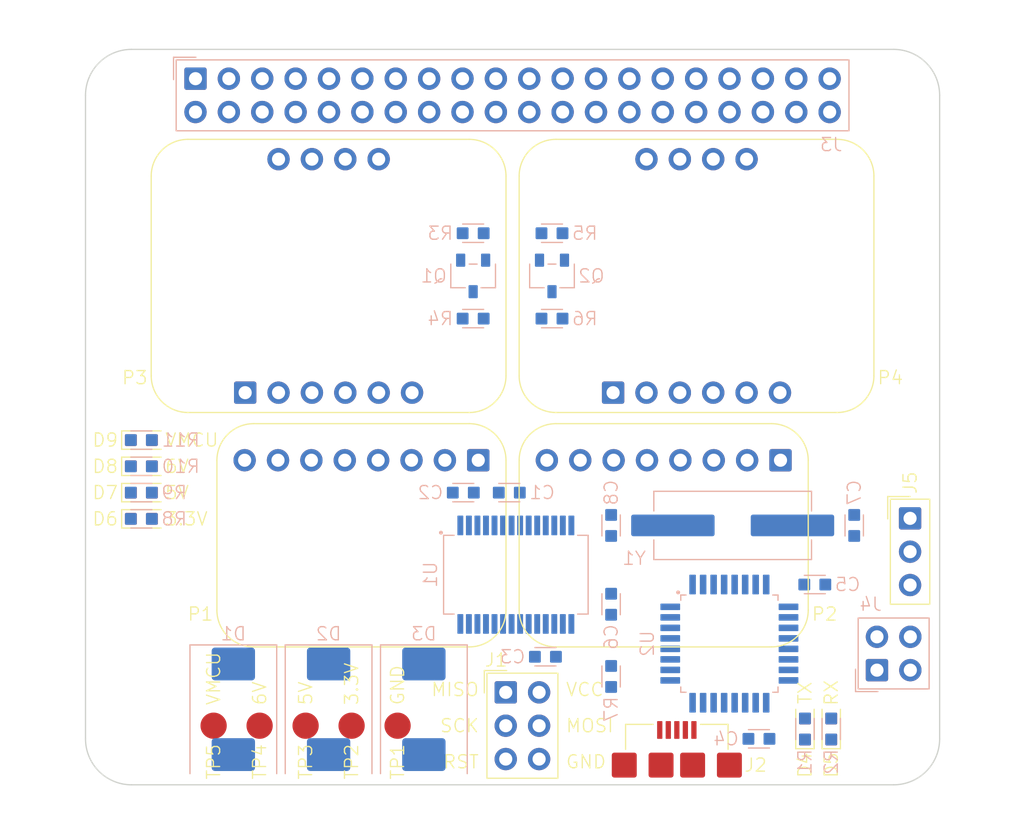
<source format=kicad_pcb>
(kicad_pcb (version 20221018) (generator pcbnew)
  (title_block (title "CARL Air Brake Peripheral Devices") (date "19.07.2025") (rev "1") (company "Space Team Aachen e.V."))
  (layers (0 "F.Cu" signal) (31 "B.Cu" signal) (34 "B.Paste" user) (35 "F.Paste" user) (36 "B.SilkS" user "B.Silkscreen") (37 "F.SilkS" user "F.Silkscreen") (38 "B.Mask" user) (39 "F.Mask" user) (44 "Edge.Cuts" user))
  (net 0 "")
  (net 1 "GND")
  (net 2 "VMCU")
  (net 3 "Net-(U1-3V3OUT)")
  (net 4 "/ICSP_RESET")
  (net 5 "/FTDI_DTR")
  (net 6 "Net-(U2-TOSC2{slash}XTAL2{slash}PCINT7{slash}PB7)")
  (net 7 "Net-(U2-TOSC1{slash}XTAL1{slash}PCINT6{slash}PB6)")
  (net 8 "+5V")
  (net 9 "/VMCU_ICSP")
  (net 10 "/VMCU_USB")
  (net 11 "Net-(D4-A)")
  (net 12 "Net-(D4-K)")
  (net 13 "Net-(D5-A)")
  (net 14 "Net-(D5-K)")
  (net 15 "+3.3V")
  (net 16 "Net-(D6-K)")
  (net 17 "Net-(D7-K)")
  (net 18 "+6V")
  (net 19 "Net-(D8-K)")
  (net 20 "Net-(D9-K)")
  (net 21 "/ICSP_MISO")
  (net 22 "/ICSP_SCK")
  (net 23 "/ICSP_MOSI")
  (net 24 "Net-(J2-D-)")
  (net 25 "Net-(J2-D+)")
  (net 27 "/SDA_3.3V")
  (net 28 "/SCL_3.3V")
  (net 55 "/SERV")
  (net 64 "/SCL_5V")
  (net 65 "/SDA_5V")
  (net 66 "/FTDI_TXD")
  (net 68 "/FTDI_RXD")
  (footprint "Local_TestPoint:TestPoint_CircPad2.00mm_CircMsk2.50mm" (layer "F.Cu") (at 137.75 123.5)
    (fp_text reference "TP2" (at 0 2.75 90 unlocked) (layer "F.SilkS") (effects (font (thickness 0.1))))
    (fp_text value "~")
    (pad "1" smd circle (at 0 0) (size 2 2) (layers "F.Cu" "F.Mask") (net 15 "+3.3V") (clearance 0.25))
  )
  (footprint "Local_TestPoint:TestPoint_CircPad2.00mm_CircMsk2.50mm" (layer "F.Cu") (at 130.75 123.5)
    (fp_text reference "TP4" (at 0 2.75 90 unlocked) (layer "F.SilkS") (effects (font (thickness 0.1))))
    (fp_text value "~")
    (pad "1" smd circle (at 0 0) (size 2 2) (layers "F.Cu" "F.Mask") (net 18 "+6V") (clearance 0.25))
  )
  (footprint "Local_Connector_PinHeader:PinHead_02x03_Pitch2.54mm_Bot3.00mm_Top6.00mm_Shroud2.50mm" (layer "F.Cu") (at 150.75 123.5 -90)
    (fp_text reference "J1" (at -5 2 unlocked) (layer "F.SilkS") (effects (font (thickness 0.1))))
    (fp_text value "ICSP")
    (pad "1" thru_hole roundrect (at -2.54 1.27 270) (size 1.7 1.7) (drill 1) (layers "*.Cu" "*.Mask") (roundrect_rratio 0.1) (net 21 "/ICSP_MISO"))
    (pad "2" thru_hole circle (at -2.54 -1.27 270) (size 1.7 1.7) (drill 1) (layers "*.Cu" "*.Mask") (net 9 "/VMCU_ICSP"))
    (pad "3" thru_hole circle (at 0 1.27 270) (size 1.7 1.7) (drill 1) (layers "*.Cu" "*.Mask") (net 22 "/ICSP_SCK"))
    (pad "4" thru_hole circle (at 0 -1.27 270) (size 1.7 1.7) (drill 1) (layers "*.Cu" "*.Mask") (net 23 "/ICSP_MOSI"))
    (pad "5" thru_hole circle (at 2.54 1.27 270) (size 1.7 1.7) (drill 1) (layers "*.Cu" "*.Mask") (net 4 "/ICSP_RESET"))
    (pad "6" thru_hole circle (at 2.54 -1.27 270) (size 1.7 1.7) (drill 1) (layers "*.Cu" "*.Mask") (net 1 "GND"))
  )
  (footprint "Local_Connector_USB:USB_Micro_B_Recp_Wuerth_629105136821" (layer "F.Cu") (at 162.5 126.5)
    (fp_text reference "J2" (at 6 0 unlocked) (layer "F.SilkS") (effects (font (thickness 0.1))))
    (fp_text value "USB")
    (pad "" np_thru_hole circle (at -2.075 -2.45) (size 0.7 0.7) (drill 0.7) (layers "F&B.Cu" "*.Mask"))
    (pad "" np_thru_hole circle (at 2.075 -2.45) (size 0.7 0.7) (drill 0.7) (layers "F&B.Cu" "*.Mask"))
    (pad "1" smd roundrect (at -1.3 -2.675) (size 0.4 1.35) (layers "F.Cu" "F.Paste" "F.Mask") (roundrect_rratio 0.1) (net 10 "/VMCU_USB"))
    (pad "2" smd roundrect (at -0.65 -2.675) (size 0.4 1.35) (layers "F.Cu" "F.Paste" "F.Mask") (roundrect_rratio 0.1) (net 24 "Net-(J2-D-)"))
    (pad "3" smd roundrect (at 0 -2.675) (size 0.4 1.35) (layers "F.Cu" "F.Paste" "F.Mask") (roundrect_rratio 0.1) (net 25 "Net-(J2-D+)"))
    (pad "4" smd roundrect (at 0.65 -2.675) (size 0.4 1.35) (layers "F.Cu" "F.Paste" "F.Mask") (roundrect_rratio 0.1))
    (pad "5" smd roundrect (at 1.3 -2.675) (size 0.4 1.35) (layers "F.Cu" "F.Paste" "F.Mask") (roundrect_rratio 0.1) (net 1 "GND"))
    (pad "6" smd roundrect (at -4 0) (size 1.9 1.9) (layers "F.Cu" "F.Paste" "F.Mask") (roundrect_rratio 0.1) (net 1 "GND"))
    (pad "6" smd roundrect (at -1.2 0) (size 1.9 1.9) (layers "F.Cu" "F.Paste" "F.Mask") (roundrect_rratio 0.1) (net 1 "GND"))
    (pad "6" smd roundrect (at 1.2 0) (size 1.9 1.9) (layers "F.Cu" "F.Paste" "F.Mask") (roundrect_rratio 0.1) (net 1 "GND"))
    (pad "6" smd roundrect (at 4 0) (size 1.9 1.9) (layers "F.Cu" "F.Paste" "F.Mask") (roundrect_rratio 0.1) (net 1 "GND"))
  )
  (footprint "Local_MountingHole:MntHole_CircDrl3.00mm_CircMsk4.00mm" (layer "F.Cu") (at 122 116.75)
    (fp_text reference "" (at 0 -3 unlocked) (layer "F.SilkS") (effects (font (thickness 0.1))))
    (fp_text value "")
    (pad "" np_thru_hole circle (at 0 0) (size 3 3) (drill 3) (layers "F&B.Cu" "*.Mask") (clearance 0.7))
  )
  (footprint "Local_LED_SMD:LED_0603" (layer "F.Cu") (at 172.25 123.75 -90)
    (fp_text reference "D4" (at 2.75 0 90 unlocked) (layer "F.SilkS") (effects (font (thickness 0.1))))
    (fp_text value "White")
    (pad "1" smd roundrect (at -0.8 0 270) (size 0.9 0.9) (layers "F.Cu" "F.Paste" "F.Mask") (roundrect_rratio 0.1) (net 11 "Net-(D4-A)"))
    (pad "2" smd roundrect (at 0.8 0 270) (size 0.9 0.9) (layers "F.Cu" "F.Paste" "F.Mask") (roundrect_rratio 0.1) (net 12 "Net-(D4-K)"))
  )
  (footprint "Local_TestPoint:TestPoint_CircPad2.00mm_CircMsk2.50mm" (layer "F.Cu") (at 141.25 123.5)
    (fp_text reference "TP1" (at 0 2.75 90 unlocked) (layer "F.SilkS") (effects (font (thickness 0.1))))
    (fp_text value "~")
    (pad "1" smd circle (at 0 0) (size 2 2) (layers "F.Cu" "F.Mask") (net 1 "GND") (clearance 0.25))
  )
  (footprint "Local_MountingHole:MntHole_CircDrl2.75mm_CircMsk6.00mm" (layer "F.Cu") (at 179 124.5)
    (fp_text reference "" (at 0 -4 unlocked) (layer "F.SilkS") (effects (font (thickness 0.1))))
    (fp_text value "")
    (pad "" np_thru_hole circle (at 0 0) (size 2.75 2.75) (drill 2.75) (layers "F&B.Cu" "*.Mask"))
  )
  (footprint "Local_LED_SMD:LED_0603" (layer "F.Cu") (at 121.75 105.75 180)
    (fp_text reference "D7" (at 2.75 0 unlocked) (layer "F.SilkS") (effects (font (thickness 0.1))))
    (fp_text value "Amber")
    (pad "1" smd roundrect (at -0.8 0 180) (size 0.9 0.9) (layers "F.Cu" "F.Paste" "F.Mask") (roundrect_rratio 0.1) (net 8 "+5V"))
    (pad "2" smd roundrect (at 0.8 0 180) (size 0.9 0.9) (layers "F.Cu" "F.Paste" "F.Mask") (roundrect_rratio 0.1) (net 17 "Net-(D7-K)"))
  )
  (footprint "Local_Module_Adafruit:Adafruit_BNO055" (layer "F.Cu") (at 164 89.25)
    (fp_text reference "P4" (at 14.75 7.75 unlocked) (layer "F.SilkS") (effects (font (thickness 0.1))))
    (fp_text value "BNO055")
    (pad "1" thru_hole roundrect (at -6.35 8.89) (size 1.7 1.7) (drill 1) (layers "*.Cu" "*.Mask") (roundrect_rratio 0.1) (net 15 "+3.3V"))
    (pad "2" thru_hole circle (at -3.81 8.89) (size 1.7 1.7) (drill 1) (layers "*.Cu" "*.Mask"))
    (pad "3" thru_hole circle (at -1.27 8.89) (size 1.7 1.7) (drill 1) (layers "*.Cu" "*.Mask") (net 1 "GND"))
    (pad "4" thru_hole circle (at 1.27 8.89) (size 1.7 1.7) (drill 1) (layers "*.Cu" "*.Mask") (net 27 "/SDA_3.3V"))
    (pad "5" thru_hole circle (at 3.81 8.89) (size 1.7 1.7) (drill 1) (layers "*.Cu" "*.Mask") (net 28 "/SCL_3.3V"))
    (pad "6" thru_hole circle (at 6.35 8.89) (size 1.7 1.7) (drill 1) (layers "*.Cu" "*.Mask") (net 15 "+3.3V"))
    (pad "7" thru_hole circle (at 3.81 -8.89) (size 1.7 1.7) (drill 1) (layers "*.Cu" "*.Mask") (net 1 "GND"))
    (pad "8" thru_hole circle (at 1.27 -8.89) (size 1.7 1.7) (drill 1) (layers "*.Cu" "*.Mask"))
    (pad "9" thru_hole circle (at -1.27 -8.89) (size 1.7 1.7) (drill 1) (layers "*.Cu" "*.Mask") (net 1 "GND"))
    (pad "10" thru_hole circle (at -3.81 -8.89) (size 1.7 1.7) (drill 1) (layers "*.Cu" "*.Mask") (net 1 "GND"))
  )
  (footprint "Local_LED_SMD:LED_0603" (layer "F.Cu") (at 121.75 101.75 180)
    (fp_text reference "D9" (at 2.75 0 unlocked) (layer "F.SilkS") (effects (font (thickness 0.1))))
    (fp_text value "Amber")
    (pad "1" smd roundrect (at -0.8 0 180) (size 0.9 0.9) (layers "F.Cu" "F.Paste" "F.Mask") (roundrect_rratio 0.1) (net 2 "VMCU"))
    (pad "2" smd roundrect (at 0.8 0 180) (size 0.9 0.9) (layers "F.Cu" "F.Paste" "F.Mask") (roundrect_rratio 0.1) (net 20 "Net-(D9-K)"))
  )
  (footprint "Local_TestPoint:TestPoint_CircPad2.00mm_CircMsk2.50mm" (layer "F.Cu") (at 127.25 123.5)
    (fp_text reference "TP5" (at 0 2.75 90 unlocked) (layer "F.SilkS") (effects (font (thickness 0.1))))
    (fp_text value "~")
    (pad "1" smd circle (at 0 0) (size 2 2) (layers "F.Cu" "F.Mask") (net 2 "VMCU") (clearance 0.25))
  )
  (footprint "Local_Module_Adafruit:Adafruit_BMP388" (layer "F.Cu") (at 161.5 109 180)
    (fp_text reference "P2" (at -12.25 -6 unlocked) (layer "F.SilkS") (effects (font (thickness 0.1))))
    (fp_text value "BMP388")
    (pad "1" thru_hole roundrect (at -8.89 5.715 180) (size 1.7 1.7) (drill 1) (layers "*.Cu" "*.Mask") (roundrect_rratio 0.1) (net 15 "+3.3V"))
    (pad "2" thru_hole circle (at -6.35 5.715 180) (size 1.7 1.7) (drill 1) (layers "*.Cu" "*.Mask"))
    (pad "3" thru_hole circle (at -3.81 5.715 180) (size 1.7 1.7) (drill 1) (layers "*.Cu" "*.Mask") (net 1 "GND"))
    (pad "4" thru_hole circle (at -1.27 5.715 180) (size 1.7 1.7) (drill 1) (layers "*.Cu" "*.Mask") (net 28 "/SCL_3.3V"))
    (pad "5" thru_hole circle (at 1.27 5.715 180) (size 1.7 1.7) (drill 1) (layers "*.Cu" "*.Mask") (net 1 "GND"))
    (pad "6" thru_hole circle (at 3.81 5.715 180) (size 1.7 1.7) (drill 1) (layers "*.Cu" "*.Mask") (net 27 "/SDA_3.3V"))
    (pad "7" thru_hole circle (at 6.35 5.715 180) (size 1.7 1.7) (drill 1) (layers "*.Cu" "*.Mask") (net 15 "+3.3V"))
    (pad "8" thru_hole circle (at 8.89 5.715 180) (size 1.7 1.7) (drill 1) (layers "*.Cu" "*.Mask"))
  )
  (footprint "Local_LED_SMD:LED_0603" (layer "F.Cu") (at 174.25 123.75 -90)
    (fp_text reference "D5" (at 2.75 0 90 unlocked) (layer "F.SilkS") (effects (font (thickness 0.1))))
    (fp_text value "White")
    (pad "1" smd roundrect (at -0.8 0 270) (size 0.9 0.9) (layers "F.Cu" "F.Paste" "F.Mask") (roundrect_rratio 0.1) (net 13 "Net-(D5-A)"))
    (pad "2" smd roundrect (at 0.8 0 270) (size 0.9 0.9) (layers "F.Cu" "F.Paste" "F.Mask") (roundrect_rratio 0.1) (net 14 "Net-(D5-K)"))
  )
  (footprint "Local_MountingHole:MntHole_CircDrl3.00mm_CircMsk4.00mm" (layer "F.Cu") (at 122 111.75)
    (fp_text reference "" (at 0 -3.5 unlocked) (layer "F.SilkS") (effects (font (thickness 0.1))))
    (fp_text value "")
    (pad "" np_thru_hole circle (at 0 0) (size 3 3) (drill 3) (layers "F&B.Cu" "*.Mask") (clearance 0.7))
  )
  (footprint "Local_LED_SMD:LED_0603" (layer "F.Cu") (at 121.75 103.75 180)
    (fp_text reference "D8" (at 2.75 0 unlocked) (layer "F.SilkS") (effects (font (thickness 0.1))))
    (fp_text value "Amber")
    (pad "1" smd roundrect (at -0.8 0 180) (size 0.9 0.9) (layers "F.Cu" "F.Paste" "F.Mask") (roundrect_rratio 0.1) (net 18 "+6V"))
    (pad "2" smd roundrect (at 0.8 0 180) (size 0.9 0.9) (layers "F.Cu" "F.Paste" "F.Mask") (roundrect_rratio 0.1) (net 19 "Net-(D8-K)"))
  )
  (footprint "Local_Module_Adafruit:Adafruit_BNO055" (layer "F.Cu") (at 136 89.25)
    (fp_text reference "P3" (at -14.75 7.75 unlocked) (layer "F.SilkS") (effects (font (thickness 0.1))))
    (fp_text value "BNO055")
    (pad "1" thru_hole roundrect (at -6.35 8.89) (size 1.7 1.7) (drill 1) (layers "*.Cu" "*.Mask") (roundrect_rratio 0.1) (net 15 "+3.3V"))
    (pad "2" thru_hole circle (at -3.81 8.89) (size 1.7 1.7) (drill 1) (layers "*.Cu" "*.Mask"))
    (pad "3" thru_hole circle (at -1.27 8.89) (size 1.7 1.7) (drill 1) (layers "*.Cu" "*.Mask") (net 1 "GND"))
    (pad "4" thru_hole circle (at 1.27 8.89) (size 1.7 1.7) (drill 1) (layers "*.Cu" "*.Mask") (net 27 "/SDA_3.3V"))
    (pad "5" thru_hole circle (at 3.81 8.89) (size 1.7 1.7) (drill 1) (layers "*.Cu" "*.Mask") (net 28 "/SCL_3.3V"))
    (pad "6" thru_hole circle (at 6.35 8.89) (size 1.7 1.7) (drill 1) (layers "*.Cu" "*.Mask") (net 15 "+3.3V"))
    (pad "7" thru_hole circle (at 3.81 -8.89) (size 1.7 1.7) (drill 1) (layers "*.Cu" "*.Mask") (net 15 "+3.3V"))
    (pad "8" thru_hole circle (at 1.27 -8.89) (size 1.7 1.7) (drill 1) (layers "*.Cu" "*.Mask"))
    (pad "9" thru_hole circle (at -1.27 -8.89) (size 1.7 1.7) (drill 1) (layers "*.Cu" "*.Mask") (net 1 "GND"))
    (pad "10" thru_hole circle (at -3.81 -8.89) (size 1.7 1.7) (drill 1) (layers "*.Cu" "*.Mask") (net 1 "GND"))
  )
  (footprint "Local_Module_Adafruit:Adafruit_BMP388" (layer "F.Cu") (at 138.5 109 180)
    (fp_text reference "P1" (at 12.25 -6 unlocked) (layer "F.SilkS") (effects (font (thickness 0.1))))
    (fp_text value "BMP388")
    (pad "1" thru_hole roundrect (at -8.89 5.715 180) (size 1.7 1.7) (drill 1) (layers "*.Cu" "*.Mask") (roundrect_rratio 0.1) (net 15 "+3.3V"))
    (pad "2" thru_hole circle (at -6.35 5.715 180) (size 1.7 1.7) (drill 1) (layers "*.Cu" "*.Mask"))
    (pad "3" thru_hole circle (at -3.81 5.715 180) (size 1.7 1.7) (drill 1) (layers "*.Cu" "*.Mask") (net 1 "GND"))
    (pad "4" thru_hole circle (at -1.27 5.715 180) (size 1.7 1.7) (drill 1) (layers "*.Cu" "*.Mask") (net 28 "/SCL_3.3V"))
    (pad "5" thru_hole circle (at 1.27 5.715 180) (size 1.7 1.7) (drill 1) (layers "*.Cu" "*.Mask") (net 15 "+3.3V"))
    (pad "6" thru_hole circle (at 3.81 5.715 180) (size 1.7 1.7) (drill 1) (layers "*.Cu" "*.Mask") (net 27 "/SDA_3.3V"))
    (pad "7" thru_hole circle (at 6.35 5.715 180) (size 1.7 1.7) (drill 1) (layers "*.Cu" "*.Mask") (net 15 "+3.3V"))
    (pad "8" thru_hole circle (at 8.89 5.715 180) (size 1.7 1.7) (drill 1) (layers "*.Cu" "*.Mask"))
  )
  (footprint "Local_MountingHole:MntHole_CircDrl2.75mm_CircMsk6.00mm" (layer "F.Cu") (at 121 124.5)
    (fp_text reference "" (at 0 -4 unlocked) (layer "F.SilkS") (effects (font (thickness 0.1))))
    (fp_text value "")
    (pad "" np_thru_hole circle (at 0 0) (size 2.75 2.75) (drill 2.75) (layers "F&B.Cu" "*.Mask"))
  )
  (footprint "Local_MountingHole:MntHole_CircDrl2.75mm_CircMsk6.00mm" (layer "F.Cu") (at 179 75.5)
    (fp_text reference "" (at 0 -4 unlocked) (layer "F.SilkS") (effects (font (thickness 0.1))))
    (fp_text value "")
    (pad "" np_thru_hole circle (at 0 0) (size 2.75 2.75) (drill 2.75) (layers "F&B.Cu" "*.Mask"))
  )
  (footprint "Local_MountingHole:MntHole_CircDrl2.75mm_CircMsk6.00mm" (layer "F.Cu") (at 121 75.5)
    (fp_text reference "" (at 0 -4 unlocked) (layer "F.SilkS") (effects (font (thickness 0.1))))
    (fp_text value "")
    (pad "" np_thru_hole circle (at 0 0) (size 2.75 2.75) (drill 2.75) (layers "F&B.Cu" "*.Mask"))
  )
  (footprint "Local_Connector_PinHeader:PinHead_01x03_Pitch2.54mm_Bot3.00mm_Top6.00mm_Shroud2.50mm" (layer "F.Cu") (at 180.25 110.25 -90)
    (fp_text reference "J5" (at -5.25 0 90 unlocked) (layer "F.SilkS") (effects (font (thickness 0.1))))
    (fp_text value "Servo port")
    (pad "1" thru_hole roundrect (at -2.54 0 270) (size 1.7 1.7) (drill 1) (layers "*.Cu" "*.Mask") (roundrect_rratio 0.1) (net 55 "/SERV"))
    (pad "2" thru_hole circle (at 0 0 270) (size 1.7 1.7) (drill 1) (layers "*.Cu" "*.Mask") (net 18 "+6V"))
    (pad "3" thru_hole circle (at 2.54 0 270) (size 1.7 1.7) (drill 1) (layers "*.Cu" "*.Mask") (net 1 "GND"))
  )
  (footprint "Local_TestPoint:TestPoint_CircPad2.00mm_CircMsk2.50mm" (layer "F.Cu") (at 134.25 123.5)
    (fp_text reference "TP3" (at 0 2.75 90 unlocked) (layer "F.SilkS") (effects (font (thickness 0.1))))
    (fp_text value "~")
    (pad "1" smd circle (at 0 0) (size 2 2) (layers "F.Cu" "F.Mask") (net 8 "+5V") (clearance 0.25))
  )
  (footprint "Local_LED_SMD:LED_0603" (layer "F.Cu") (at 121.75 107.75 180)
    (fp_text reference "D6" (at 2.75 0 unlocked) (layer "F.SilkS") (effects (font (thickness 0.1))))
    (fp_text value "Amber")
    (pad "1" smd roundrect (at -0.8 0 180) (size 0.9 0.9) (layers "F.Cu" "F.Paste" "F.Mask") (roundrect_rratio 0.1) (net 15 "+3.3V"))
    (pad "2" smd roundrect (at 0.8 0 180) (size 0.9 0.9) (layers "F.Cu" "F.Paste" "F.Mask") (roundrect_rratio 0.1) (net 16 "Net-(D6-K)"))
  )
  (footprint "Local_Diode_SMD:Diode_DO-214AB_SMC" (layer "B.Cu") (at 128.75 122.25 90)
    (fp_text reference "D1" (at 5.75 0 unlocked) (layer "B.SilkS") (effects (font (thickness 0.1)) (justify mirror)))
    (fp_text value "0.55V @ 8A")
    (pad "1" smd roundrect (at -3.45 0 90) (size 2.5 3.3) (layers "B.Cu" "B.Paste" "B.Mask") (roundrect_rratio 0.1) (net 8 "+5V"))
    (pad "2" smd roundrect (at 3.45 0 90) (size 2.5 3.3) (layers "B.Cu" "B.Paste" "B.Mask") (roundrect_rratio 0.1) (net 2 "VMCU"))
  )
  (footprint "Local_Resistor_SMD:Res_Film_0603" (layer "B.Cu") (at 153 86 180)
    (fp_text reference "R5" (at -2.5 0 unlocked) (layer "B.SilkS") (effects (font (thickness 0.1)) (justify mirror)))
    (fp_text value "10kOhm")
    (pad "1" smd roundrect (at -0.8 0 180) (size 0.9 0.9) (layers "B.Cu" "B.Paste" "B.Mask") (roundrect_rratio 0.1) (net 27 "/SDA_3.3V"))
    (pad "2" smd roundrect (at 0.8 0 180) (size 0.9 0.9) (layers "B.Cu" "B.Paste" "B.Mask") (roundrect_rratio 0.1) (net 15 "+3.3V"))
  )
  (footprint "Local_Resistor_SMD:Res_Film_0603" (layer "B.Cu") (at 174.25 123.75 -90)
    (fp_text reference "R2" (at 2.5 0 90 unlocked) (layer "B.SilkS") (effects (font (thickness 0.1)) (justify mirror)))
    (fp_text value "430Ohm")
    (pad "1" smd roundrect (at -0.8 0 270) (size 0.9 0.9) (layers "B.Cu" "B.Paste" "B.Mask") (roundrect_rratio 0.1) (net 13 "Net-(D5-A)"))
    (pad "2" smd roundrect (at 0.8 0 270) (size 0.9 0.9) (layers "B.Cu" "B.Paste" "B.Mask") (roundrect_rratio 0.1) (net 2 "VMCU"))
  )
  (footprint "Local_Capacitor_SMD:Cap_Ceramic_0603" (layer "B.Cu") (at 149.75 105.75 180)
    (fp_text reference "C1" (at -2.5 0 unlocked) (layer "B.SilkS") (effects (font (thickness 0.1)) (justify mirror)))
    (fp_text value "10uF")
    (pad "1" smd roundrect (at -0.8 0 180) (size 0.9 0.9) (layers "B.Cu" "B.Paste" "B.Mask") (roundrect_rratio 0.1) (net 1 "GND"))
    (pad "2" smd roundrect (at 0.8 0 180) (size 0.9 0.9) (layers "B.Cu" "B.Paste" "B.Mask") (roundrect_rratio 0.1) (net 2 "VMCU"))
  )
  (footprint "Local_Resistor_SMD:Res_Film_0603" (layer "B.Cu") (at 153 92.5 180)
    (fp_text reference "R6" (at -2.5 0 unlocked) (layer "B.SilkS") (effects (font (thickness 0.1)) (justify mirror)))
    (fp_text value "10kOhm")
    (pad "1" smd roundrect (at -0.8 0 180) (size 0.9 0.9) (layers "B.Cu" "B.Paste" "B.Mask") (roundrect_rratio 0.1) (net 65 "/SDA_5V"))
    (pad "2" smd roundrect (at 0.8 0 180) (size 0.9 0.9) (layers "B.Cu" "B.Paste" "B.Mask") (roundrect_rratio 0.1) (net 8 "+5V"))
  )
  (footprint "Local_Capacitor_SMD:Cap_Ceramic_0603" (layer "B.Cu") (at 168.75 124.5 180)
    (fp_text reference "C4" (at 2.5 0 unlocked) (layer "B.SilkS") (effects (font (thickness 0.1)) (justify mirror)))
    (fp_text value "10uF")
    (pad "1" smd roundrect (at -0.8 0 180) (size 0.9 0.9) (layers "B.Cu" "B.Paste" "B.Mask") (roundrect_rratio 0.1) (net 1 "GND"))
    (pad "2" smd roundrect (at 0.8 0 180) (size 0.9 0.9) (layers "B.Cu" "B.Paste" "B.Mask") (roundrect_rratio 0.1) (net 2 "VMCU"))
  )
  (footprint "Local_Resistor_SMD:Res_Film_0603" (layer "B.Cu") (at 172.25 123.75 -90)
    (fp_text reference "R1" (at 2.5 0 90 unlocked) (layer "B.SilkS") (effects (font (thickness 0.1)) (justify mirror)))
    (fp_text value "430Ohm")
    (pad "1" smd roundrect (at -0.8 0 270) (size 0.9 0.9) (layers "B.Cu" "B.Paste" "B.Mask") (roundrect_rratio 0.1) (net 11 "Net-(D4-A)"))
    (pad "2" smd roundrect (at 0.8 0 270) (size 0.9 0.9) (layers "B.Cu" "B.Paste" "B.Mask") (roundrect_rratio 0.1) (net 2 "VMCU"))
  )
  (footprint "Local_Package_SOIC:SOIC_28_Dim5.50x10.50x2.00mm_Pitch0.65mm" (layer "B.Cu") (at 150.25 112 -90)
    (fp_text reference "U1" (at 0 6.5 90 unlocked) (layer "B.SilkS") (effects (font (thickness 0.1)) (justify mirror)))
    (fp_text value "FT232RNL")
    (pad "1" smd roundrect (at -3.75 4.225 270) (size 1.5 0.45) (layers "B.Cu" "B.Paste" "B.Mask") (roundrect_rratio 0.1) (net 66 "/FTDI_TXD"))
    (pad "2" smd roundrect (at -3.75 3.575 270) (size 1.5 0.45) (layers "B.Cu" "B.Paste" "B.Mask") (roundrect_rratio 0.1) (net 5 "/FTDI_DTR"))
    (pad "3" smd roundrect (at -3.75 2.925 270) (size 1.5 0.45) (layers "B.Cu" "B.Paste" "B.Mask") (roundrect_rratio 0.1))
    (pad "4" smd roundrect (at -3.75 2.275 270) (size 1.5 0.45) (layers "B.Cu" "B.Paste" "B.Mask") (roundrect_rratio 0.1) (net 2 "VMCU"))
    (pad "5" smd roundrect (at -3.75 1.625 270) (size 1.5 0.45) (layers "B.Cu" "B.Paste" "B.Mask") (roundrect_rratio 0.1) (net 68 "/FTDI_RXD"))
    (pad "6" smd roundrect (at -3.75 0.975 270) (size 1.5 0.45) (layers "B.Cu" "B.Paste" "B.Mask") (roundrect_rratio 0.1))
    (pad "7" smd roundrect (at -3.75 0.325 270) (size 1.5 0.45) (layers "B.Cu" "B.Paste" "B.Mask") (roundrect_rratio 0.1) (net 1 "GND"))
    (pad "8" smd roundrect (at -3.75 -0.325 270) (size 1.5 0.45) (layers "B.Cu" "B.Paste" "B.Mask") (roundrect_rratio 0.1))
    (pad "9" smd roundrect (at -3.75 -0.975 270) (size 1.5 0.45) (layers "B.Cu" "B.Paste" "B.Mask") (roundrect_rratio 0.1))
    (pad "10" smd roundrect (at -3.75 -1.625 270) (size 1.5 0.45) (layers "B.Cu" "B.Paste" "B.Mask") (roundrect_rratio 0.1))
    (pad "11" smd roundrect (at -3.75 -2.275 270) (size 1.5 0.45) (layers "B.Cu" "B.Paste" "B.Mask") (roundrect_rratio 0.1))
    (pad "12" smd roundrect (at -3.75 -2.925 270) (size 1.5 0.45) (layers "B.Cu" "B.Paste" "B.Mask") (roundrect_rratio 0.1))
    (pad "13" smd roundrect (at -3.75 -3.575 270) (size 1.5 0.45) (layers "B.Cu" "B.Paste" "B.Mask") (roundrect_rratio 0.1))
    (pad "14" smd roundrect (at -3.75 -4.225 270) (size 1.5 0.45) (layers "B.Cu" "B.Paste" "B.Mask") (roundrect_rratio 0.1))
    (pad "15" smd roundrect (at 3.75 -4.225 270) (size 1.5 0.45) (layers "B.Cu" "B.Paste" "B.Mask") (roundrect_rratio 0.1) (net 25 "Net-(J2-D+)"))
    (pad "16" smd roundrect (at 3.75 -3.575 270) (size 1.5 0.45) (layers "B.Cu" "B.Paste" "B.Mask") (roundrect_rratio 0.1) (net 24 "Net-(J2-D-)"))
    (pad "17" smd roundrect (at 3.75 -2.925 270) (size 1.5 0.45) (layers "B.Cu" "B.Paste" "B.Mask") (roundrect_rratio 0.1) (net 3 "Net-(U1-3V3OUT)"))
    (pad "18" smd roundrect (at 3.75 -2.275 270) (size 1.5 0.45) (layers "B.Cu" "B.Paste" "B.Mask") (roundrect_rratio 0.1) (net 1 "GND"))
    (pad "19" smd roundrect (at 3.75 -1.625 270) (size 1.5 0.45) (layers "B.Cu" "B.Paste" "B.Mask") (roundrect_rratio 0.1))
    (pad "20" smd roundrect (at 3.75 -0.975 270) (size 1.5 0.45) (layers "B.Cu" "B.Paste" "B.Mask") (roundrect_rratio 0.1) (net 2 "VMCU"))
    (pad "21" smd roundrect (at 3.75 -0.325 270) (size 1.5 0.45) (layers "B.Cu" "B.Paste" "B.Mask") (roundrect_rratio 0.1) (net 1 "GND"))
    (pad "22" smd roundrect (at 3.75 0.325 270) (size 1.5 0.45) (layers "B.Cu" "B.Paste" "B.Mask") (roundrect_rratio 0.1) (net 14 "Net-(D5-K)"))
    (pad "23" smd roundrect (at 3.75 0.975 270) (size 1.5 0.45) (layers "B.Cu" "B.Paste" "B.Mask") (roundrect_rratio 0.1) (net 12 "Net-(D4-K)"))
    (pad "24" smd roundrect (at 3.75 1.625 270) (size 1.5 0.45) (layers "B.Cu" "B.Paste" "B.Mask") (roundrect_rratio 0.1))
    (pad "25" smd roundrect (at 3.75 2.275 270) (size 1.5 0.45) (layers "B.Cu" "B.Paste" "B.Mask") (roundrect_rratio 0.1) (net 1 "GND"))
    (pad "26" smd roundrect (at 3.75 2.925 270) (size 1.5 0.45) (layers "B.Cu" "B.Paste" "B.Mask") (roundrect_rratio 0.1) (net 1 "GND"))
    (pad "27" smd roundrect (at 3.75 3.575 270) (size 1.5 0.45) (layers "B.Cu" "B.Paste" "B.Mask") (roundrect_rratio 0.1))
    (pad "28" smd roundrect (at 3.75 4.225 270) (size 1.5 0.45) (layers "B.Cu" "B.Paste" "B.Mask") (roundrect_rratio 0.1))
  )
  (footprint "Local_Resistor_SMD:Res_Film_0603" (layer "B.Cu") (at 147 86 180)
    (fp_text reference "R3" (at 2.5 0 unlocked) (layer "B.SilkS") (effects (font (thickness 0.1)) (justify mirror)))
    (fp_text value "10kOhm")
    (pad "1" smd roundrect (at -0.8 0 180) (size 0.9 0.9) (layers "B.Cu" "B.Paste" "B.Mask") (roundrect_rratio 0.1) (net 28 "/SCL_3.3V"))
    (pad "2" smd roundrect (at 0.8 0 180) (size 0.9 0.9) (layers "B.Cu" "B.Paste" "B.Mask") (roundrect_rratio 0.1) (net 15 "+3.3V"))
  )
  (footprint "Local_Diode_SMD:Diode_DO-214AB_SMC" (layer "B.Cu") (at 136 122.25 90)
    (fp_text reference "D2" (at 5.75 0 unlocked) (layer "B.SilkS") (effects (font (thickness 0.1)) (justify mirror)))
    (fp_text value "0.55V @ 8A")
    (pad "1" smd roundrect (at -3.45 0 90) (size 2.5 3.3) (layers "B.Cu" "B.Paste" "B.Mask") (roundrect_rratio 0.1) (net 9 "/VMCU_ICSP"))
    (pad "2" smd roundrect (at 3.45 0 90) (size 2.5 3.3) (layers "B.Cu" "B.Paste" "B.Mask") (roundrect_rratio 0.1) (net 2 "VMCU"))
  )
  (footprint "Local_Crystal_SMD:Crystal_HC49-US" (layer "B.Cu") (at 166.75 108.25 180)
    (fp_text reference "Y1" (at 7.5 -2.5 unlocked) (layer "B.SilkS") (effects (font (thickness 0.1)) (justify mirror)))
    (fp_text value "16MHz")
    (pad "1" smd roundrect (at -4.55 0 180) (size 6.35 1.65) (layers "B.Cu" "B.Paste" "B.Mask") (roundrect_rratio 0.1) (net 6 "Net-(U2-TOSC2{slash}XTAL2{slash}PCINT7{slash}PB7)"))
    (pad "2" smd roundrect (at 4.55 0 180) (size 6.35 1.65) (layers "B.Cu" "B.Paste" "B.Mask") (roundrect_rratio 0.1) (net 7 "Net-(U2-TOSC1{slash}XTAL1{slash}PCINT6{slash}PB6)"))
  )
  (footprint "Local_Package_SOT:SOT-23-3" (layer "B.Cu") (at 153 89.25)
    (fp_text reference "Q2" (at 3 0 unlocked) (layer "B.SilkS") (effects (font (thickness 0.1)) (justify mirror)))
    (fp_text value "BSS138")
    (pad "1" smd roundrect (at -0.95 -1.2) (size 0.7 1) (layers "B.Cu" "B.Paste" "B.Mask") (roundrect_rratio 0.1) (net 15 "+3.3V"))
    (pad "2" smd roundrect (at 0.95 -1.2) (size 0.7 1) (layers "B.Cu" "B.Paste" "B.Mask") (roundrect_rratio 0.1) (net 27 "/SDA_3.3V"))
    (pad "3" smd roundrect (at 0 1.2) (size 0.7 1) (layers "B.Cu" "B.Paste" "B.Mask") (roundrect_rratio 0.1) (net 65 "/SDA_5V"))
  )
  (footprint "Local_Capacitor_SMD:Cap_Ceramic_0603" (layer "B.Cu") (at 152.5 118.25)
    (fp_text reference "C3" (at -2.5 0 unlocked) (layer "B.SilkS") (effects (font (thickness 0.1)) (justify mirror)))
    (fp_text value "0.1uF")
    (pad "1" smd roundrect (at -0.8 0) (size 0.9 0.9) (layers "B.Cu" "B.Paste" "B.Mask") (roundrect_rratio 0.1) (net 1 "GND"))
    (pad "2" smd roundrect (at 0.8 0) (size 0.9 0.9) (layers "B.Cu" "B.Paste" "B.Mask") (roundrect_rratio 0.1) (net 3 "Net-(U1-3V3OUT)"))
  )
  (footprint "Local_Capacitor_SMD:Cap_Ceramic_0603" (layer "B.Cu") (at 173 112.75 180)
    (fp_text reference "C5" (at -2.5 0 unlocked) (layer "B.SilkS") (effects (font (thickness 0.1)) (justify mirror)))
    (fp_text value "10uF")
    (pad "1" smd roundrect (at -0.8 0 180) (size 0.9 0.9) (layers "B.Cu" "B.Paste" "B.Mask") (roundrect_rratio 0.1) (net 1 "GND"))
    (pad "2" smd roundrect (at 0.8 0 180) (size 0.9 0.9) (layers "B.Cu" "B.Paste" "B.Mask") (roundrect_rratio 0.1) (net 2 "VMCU"))
  )
  (footprint "Local_Connector_SocketHeader:SockHead_02x02_Pitch2.54mm_Bot3.10mm_Top8.50mm" (layer "B.Cu") (at 179 118 90)
    (fp_text reference "J4" (at 3.75 -1.75 unlocked) (layer "B.SilkS") (effects (font (thickness 0.1)) (justify mirror)))
    (fp_text value "Servo power")
    (pad "1" thru_hole roundrect (at -1.27 -1.27 90) (size 1.7 1.7) (drill 1) (layers "*.Cu" "*.Mask") (roundrect_rratio 0.1) (net 18 "+6V"))
    (pad "2" thru_hole circle (at -1.27 1.27 90) (size 1.7 1.7) (drill 1) (layers "*.Cu" "*.Mask") (net 18 "+6V"))
    (pad "3" thru_hole circle (at 1.27 -1.27 90) (size 1.7 1.7) (drill 1) (layers "*.Cu" "*.Mask") (net 18 "+6V"))
    (pad "4" thru_hole circle (at 1.27 1.27 90) (size 1.7 1.7) (drill 1) (layers "*.Cu" "*.Mask") (net 18 "+6V"))
  )
  (footprint "Local_Capacitor_SMD:Cap_Ceramic_0603" (layer "B.Cu") (at 176 108.25 90)
    (fp_text reference "C7" (at 2.5 0 90 unlocked) (layer "B.SilkS") (effects (font (thickness 0.1)) (justify mirror)))
    (fp_text value "30pF")
    (pad "1" smd roundrect (at -0.8 0 90) (size 0.9 0.9) (layers "B.Cu" "B.Paste" "B.Mask") (roundrect_rratio 0.1) (net 1 "GND"))
    (pad "2" smd roundrect (at 0.8 0 90) (size 0.9 0.9) (layers "B.Cu" "B.Paste" "B.Mask") (roundrect_rratio 0.1) (net 6 "Net-(U2-TOSC2{slash}XTAL2{slash}PCINT7{slash}PB7)"))
  )
  (footprint "Local_Resistor_SMD:Res_Film_0603" (layer "B.Cu") (at 121.75 101.75 180)
    (fp_text reference "R11" (at -3 0 unlocked) (layer "B.SilkS") (effects (font (thickness 0.1)) (justify mirror)))
    (fp_text value "150Ohm")
    (pad "1" smd roundrect (at -0.8 0 180) (size 0.9 0.9) (layers "B.Cu" "B.Paste" "B.Mask") (roundrect_rratio 0.1) (net 1 "GND"))
    (pad "2" smd roundrect (at 0.8 0 180) (size 0.9 0.9) (layers "B.Cu" "B.Paste" "B.Mask") (roundrect_rratio 0.1) (net 20 "Net-(D9-K)"))
  )
  (footprint "Local_Resistor_SMD:Res_Film_0603" (layer "B.Cu") (at 121.75 107.75 180)
    (fp_text reference "R8" (at -2.5 0 unlocked) (layer "B.SilkS") (effects (font (thickness 0.1)) (justify mirror)))
    (fp_text value "68Ohm")
    (pad "1" smd roundrect (at -0.8 0 180) (size 0.9 0.9) (layers "B.Cu" "B.Paste" "B.Mask") (roundrect_rratio 0.1) (net 1 "GND"))
    (pad "2" smd roundrect (at 0.8 0 180) (size 0.9 0.9) (layers "B.Cu" "B.Paste" "B.Mask") (roundrect_rratio 0.1) (net 16 "Net-(D6-K)"))
  )
  (footprint "Local_Resistor_SMD:Res_Film_0603" (layer "B.Cu") (at 121.75 105.75 180)
    (fp_text reference "R9" (at -2.5 0 unlocked) (layer "B.SilkS") (effects (font (thickness 0.1)) (justify mirror)))
    (fp_text value "150Ohm")
    (pad "1" smd roundrect (at -0.8 0 180) (size 0.9 0.9) (layers "B.Cu" "B.Paste" "B.Mask") (roundrect_rratio 0.1) (net 1 "GND"))
    (pad "2" smd roundrect (at 0.8 0 180) (size 0.9 0.9) (layers "B.Cu" "B.Paste" "B.Mask") (roundrect_rratio 0.1) (net 17 "Net-(D7-K)"))
  )
  (footprint "Local_Resistor_SMD:Res_Film_0603" (layer "B.Cu") (at 157.5 119.75 -90)
    (fp_text reference "R7" (at 2.5 0 90 unlocked) (layer "B.SilkS") (effects (font (thickness 0.1)) (justify mirror)))
    (fp_text value "10kOhm")
    (pad "1" smd roundrect (at -0.8 0 270) (size 0.9 0.9) (layers "B.Cu" "B.Paste" "B.Mask") (roundrect_rratio 0.1) (net 4 "/ICSP_RESET"))
    (pad "2" smd roundrect (at 0.8 0 270) (size 0.9 0.9) (layers "B.Cu" "B.Paste" "B.Mask") (roundrect_rratio 0.1) (net 2 "VMCU"))
  )
  (footprint "Local_Capacitor_SMD:Cap_Ceramic_0603" (layer "B.Cu") (at 157.5 108.25 90)
    (fp_text reference "C8" (at 2.5 0 90 unlocked) (layer "B.SilkS") (effects (font (thickness 0.1)) (justify mirror)))
    (fp_text value "30pF")
    (pad "1" smd roundrect (at -0.8 0 90) (size 0.9 0.9) (layers "B.Cu" "B.Paste" "B.Mask") (roundrect_rratio 0.1) (net 1 "GND"))
    (pad "2" smd roundrect (at 0.8 0 90) (size 0.9 0.9) (layers "B.Cu" "B.Paste" "B.Mask") (roundrect_rratio 0.1) (net 7 "Net-(U2-TOSC1{slash}XTAL1{slash}PCINT6{slash}PB6)"))
  )
  (footprint "Local_Diode_SMD:Diode_DO-214AB_SMC" (layer "B.Cu") (at 143.25 122.25 90)
    (fp_text reference "D3" (at 5.75 0 unlocked) (layer "B.SilkS") (effects (font (thickness 0.1)) (justify mirror)))
    (fp_text value "0.55V @ 8A")
    (pad "1" smd roundrect (at -3.45 0 90) (size 2.5 3.3) (layers "B.Cu" "B.Paste" "B.Mask") (roundrect_rratio 0.1) (net 10 "/VMCU_USB"))
    (pad "2" smd roundrect (at 3.45 0 90) (size 2.5 3.3) (layers "B.Cu" "B.Paste" "B.Mask") (roundrect_rratio 0.1) (net 2 "VMCU"))
  )
  (footprint "Local_Capacitor_SMD:Cap_Ceramic_0603" (layer "B.Cu") (at 146.25 105.75)
    (fp_text reference "C2" (at -2.5 0 unlocked) (layer "B.SilkS") (effects (font (thickness 0.1)) (justify mirror)))
    (fp_text value "0.1uF")
    (pad "1" smd roundrect (at -0.8 0) (size 0.9 0.9) (layers "B.Cu" "B.Paste" "B.Mask") (roundrect_rratio 0.1) (net 1 "GND"))
    (pad "2" smd roundrect (at 0.8 0) (size 0.9 0.9) (layers "B.Cu" "B.Paste" "B.Mask") (roundrect_rratio 0.1) (net 2 "VMCU"))
  )
  (footprint "Local_Resistor_SMD:Res_Film_0603" (layer "B.Cu") (at 147 92.5 180)
    (fp_text reference "R4" (at 2.5 0 unlocked) (layer "B.SilkS") (effects (font (thickness 0.1)) (justify mirror)))
    (fp_text value "10kOhm")
    (pad "1" smd roundrect (at -0.8 0 180) (size 0.9 0.9) (layers "B.Cu" "B.Paste" "B.Mask") (roundrect_rratio 0.1) (net 64 "/SCL_5V"))
    (pad "2" smd roundrect (at 0.8 0 180) (size 0.9 0.9) (layers "B.Cu" "B.Paste" "B.Mask") (roundrect_rratio 0.1) (net 8 "+5V"))
  )
  (footprint "Local_Package_QFP:TQFP_08x08_Dim7.00x7.00x1.20mm_Pitch0.80mm" (layer "B.Cu") (at 166.5 117.25 -90)
    (fp_text reference "U2" (at 0 6.25 90 unlocked) (layer "B.SilkS") (effects (font (thickness 0.1)) (justify mirror)))
    (fp_text value "ATmega328P-AU")
    (pad "1" smd roundrect (at -4.5 2.8 270) (size 1.5 0.5) (layers "B.Cu" "B.Paste" "B.Mask") (roundrect_rratio 0.1))
    (pad "2" smd roundrect (at -4.5 2 270) (size 1.5 0.5) (layers "B.Cu" "B.Paste" "B.Mask") (roundrect_rratio 0.1))
    (pad "3" smd roundrect (at -4.5 1.2 270) (size 1.5 0.5) (layers "B.Cu" "B.Paste" "B.Mask") (roundrect_rratio 0.1) (net 1 "GND"))
    (pad "4" smd roundrect (at -4.5 0.4 270) (size 1.5 0.5) (layers "B.Cu" "B.Paste" "B.Mask") (roundrect_rratio 0.1) (net 2 "VMCU"))
    (pad "5" smd roundrect (at -4.5 -0.4 270) (size 1.5 0.5) (layers "B.Cu" "B.Paste" "B.Mask") (roundrect_rratio 0.1) (net 1 "GND"))
    (pad "6" smd roundrect (at -4.5 -1.2 270) (size 1.5 0.5) (layers "B.Cu" "B.Paste" "B.Mask") (roundrect_rratio 0.1) (net 2 "VMCU"))
    (pad "7" smd roundrect (at -4.5 -2 270) (size 1.5 0.5) (layers "B.Cu" "B.Paste" "B.Mask") (roundrect_rratio 0.1) (net 7 "Net-(U2-TOSC1{slash}XTAL1{slash}PCINT6{slash}PB6)"))
    (pad "8" smd roundrect (at -4.5 -2.8 270) (size 1.5 0.5) (layers "B.Cu" "B.Paste" "B.Mask") (roundrect_rratio 0.1) (net 6 "Net-(U2-TOSC2{slash}XTAL2{slash}PCINT7{slash}PB7)"))
    (pad "9" smd roundrect (at -2.8 -4.5 270) (size 0.5 1.5) (layers "B.Cu" "B.Paste" "B.Mask") (roundrect_rratio 0.1))
    (pad "10" smd roundrect (at -2 -4.5 270) (size 0.5 1.5) (layers "B.Cu" "B.Paste" "B.Mask") (roundrect_rratio 0.1))
    (pad "11" smd roundrect (at -1.2 -4.5 270) (size 0.5 1.5) (layers "B.Cu" "B.Paste" "B.Mask") (roundrect_rratio 0.1))
    (pad "12" smd roundrect (at -0.4 -4.5 270) (size 0.5 1.5) (layers "B.Cu" "B.Paste" "B.Mask") (roundrect_rratio 0.1))
    (pad "13" smd roundrect (at 0.4 -4.5 270) (size 0.5 1.5) (layers "B.Cu" "B.Paste" "B.Mask") (roundrect_rratio 0.1) (net 55 "/SERV"))
    (pad "14" smd roundrect (at 1.2 -4.5 270) (size 0.5 1.5) (layers "B.Cu" "B.Paste" "B.Mask") (roundrect_rratio 0.1))
    (pad "15" smd roundrect (at 2 -4.5 270) (size 0.5 1.5) (layers "B.Cu" "B.Paste" "B.Mask") (roundrect_rratio 0.1) (net 23 "/ICSP_MOSI"))
    (pad "16" smd roundrect (at 2.8 -4.5 270) (size 0.5 1.5) (layers "B.Cu" "B.Paste" "B.Mask") (roundrect_rratio 0.1) (net 21 "/ICSP_MISO"))
    (pad "17" smd roundrect (at 4.5 -2.8 270) (size 1.5 0.5) (layers "B.Cu" "B.Paste" "B.Mask") (roundrect_rratio 0.1) (net 22 "/ICSP_SCK"))
    (pad "18" smd roundrect (at 4.5 -2 270) (size 1.5 0.5) (layers "B.Cu" "B.Paste" "B.Mask") (roundrect_rratio 0.1) (net 2 "VMCU"))
    (pad "19" smd roundrect (at 4.5 -1.2 270) (size 1.5 0.5) (layers "B.Cu" "B.Paste" "B.Mask") (roundrect_rratio 0.1))
    (pad "20" smd roundrect (at 4.5 -0.4 270) (size 1.5 0.5) (layers "B.Cu" "B.Paste" "B.Mask") (roundrect_rratio 0.1) (net 2 "VMCU"))
    (pad "21" smd roundrect (at 4.5 0.4 270) (size 1.5 0.5) (layers "B.Cu" "B.Paste" "B.Mask") (roundrect_rratio 0.1) (net 1 "GND"))
    (pad "22" smd roundrect (at 4.5 1.2 270) (size 1.5 0.5) (layers "B.Cu" "B.Paste" "B.Mask") (roundrect_rratio 0.1))
    (pad "23" smd roundrect (at 4.5 2 270) (size 1.5 0.5) (layers "B.Cu" "B.Paste" "B.Mask") (roundrect_rratio 0.1))
    (pad "24" smd roundrect (at 4.5 2.8 270) (size 1.5 0.5) (layers "B.Cu" "B.Paste" "B.Mask") (roundrect_rratio 0.1))
    (pad "25" smd roundrect (at 2.8 4.5 270) (size 0.5 1.5) (layers "B.Cu" "B.Paste" "B.Mask") (roundrect_rratio 0.1))
    (pad "26" smd roundrect (at 2 4.5 270) (size 0.5 1.5) (layers "B.Cu" "B.Paste" "B.Mask") (roundrect_rratio 0.1))
    (pad "27" smd roundrect (at 1.2 4.5 270) (size 0.5 1.5) (layers "B.Cu" "B.Paste" "B.Mask") (roundrect_rratio 0.1) (net 65 "/SDA_5V"))
    (pad "28" smd roundrect (at 0.4 4.5 270) (size 0.5 1.5) (layers "B.Cu" "B.Paste" "B.Mask") (roundrect_rratio 0.1) (net 64 "/SCL_5V"))
    (pad "29" smd roundrect (at -0.4 4.5 270) (size 0.5 1.5) (layers "B.Cu" "B.Paste" "B.Mask") (roundrect_rratio 0.1) (net 4 "/ICSP_RESET"))
    (pad "30" smd roundrect (at -1.2 4.5 270) (size 0.5 1.5) (layers "B.Cu" "B.Paste" "B.Mask") (roundrect_rratio 0.1) (net 66 "/FTDI_TXD"))
    (pad "31" smd roundrect (at -2 4.5 270) (size 0.5 1.5) (layers "B.Cu" "B.Paste" "B.Mask") (roundrect_rratio 0.1) (net 68 "/FTDI_RXD"))
    (pad "32" smd roundrect (at -2.8 4.5 270) (size 0.5 1.5) (layers "B.Cu" "B.Paste" "B.Mask") (roundrect_rratio 0.1))
  )
  (footprint "Local_Package_SOT:SOT-23-3" (layer "B.Cu") (at 147 89.25)
    (fp_text reference "Q1" (at -3 0 unlocked) (layer "B.SilkS") (effects (font (thickness 0.1)) (justify mirror)))
    (fp_text value "BSS138")
    (pad "1" smd roundrect (at -0.95 -1.2) (size 0.7 1) (layers "B.Cu" "B.Paste" "B.Mask") (roundrect_rratio 0.1) (net 15 "+3.3V"))
    (pad "2" smd roundrect (at 0.95 -1.2) (size 0.7 1) (layers "B.Cu" "B.Paste" "B.Mask") (roundrect_rratio 0.1) (net 28 "/SCL_3.3V"))
    (pad "3" smd roundrect (at 0 1.2) (size 0.7 1) (layers "B.Cu" "B.Paste" "B.Mask") (roundrect_rratio 0.1) (net 64 "/SCL_5V"))
  )
  (footprint "Local_Connector_SocketHeader:SockHead_02x20_Pitch2.54mm_Bot3.10mm_Top8.50mm" (layer "B.Cu") (at 150 75.5)
    (fp_text reference "J3" (at 24.25 3.75 unlocked) (layer "B.SilkS") (effects (font (thickness 0.1)) (justify mirror)))
    (fp_text value "Raspberry Pi")
    (pad "1" thru_hole roundrect (at -24.13 -1.27) (size 1.7 1.7) (drill 1) (layers "*.Cu" "*.Mask") (roundrect_rratio 0.1) (net 8 "+5V"))
    (pad "2" thru_hole circle (at -24.13 1.27) (size 1.7 1.7) (drill 1) (layers "*.Cu" "*.Mask") (net 15 "+3.3V"))
    (pad "3" thru_hole circle (at -21.59 -1.27) (size 1.7 1.7) (drill 1) (layers "*.Cu" "*.Mask") (net 8 "+5V"))
    (pad "4" thru_hole circle (at -21.59 1.27) (size 1.7 1.7) (drill 1) (layers "*.Cu" "*.Mask") (net 27 "/SDA_3.3V"))
    (pad "5" thru_hole circle (at -19.05 -1.27) (size 1.7 1.7) (drill 1) (layers "*.Cu" "*.Mask") (net 1 "GND"))
    (pad "6" thru_hole circle (at -19.05 1.27) (size 1.7 1.7) (drill 1) (layers "*.Cu" "*.Mask") (net 28 "/SCL_3.3V"))
    (pad "7" thru_hole circle (at -16.51 -1.27) (size 1.7 1.7) (drill 1) (layers "*.Cu" "*.Mask"))
    (pad "8" thru_hole circle (at -16.51 1.27) (size 1.7 1.7) (drill 1) (layers "*.Cu" "*.Mask"))
    (pad "9" thru_hole circle (at -13.97 -1.27) (size 1.7 1.7) (drill 1) (layers "*.Cu" "*.Mask"))
    (pad "10" thru_hole circle (at -13.97 1.27) (size 1.7 1.7) (drill 1) (layers "*.Cu" "*.Mask") (net 1 "GND"))
    (pad "11" thru_hole circle (at -11.43 -1.27) (size 1.7 1.7) (drill 1) (layers "*.Cu" "*.Mask"))
    (pad "12" thru_hole circle (at -11.43 1.27) (size 1.7 1.7) (drill 1) (layers "*.Cu" "*.Mask"))
    (pad "13" thru_hole circle (at -8.89 -1.27) (size 1.7 1.7) (drill 1) (layers "*.Cu" "*.Mask") (net 1 "GND"))
    (pad "14" thru_hole circle (at -8.89 1.27) (size 1.7 1.7) (drill 1) (layers "*.Cu" "*.Mask"))
    (pad "15" thru_hole circle (at -6.35 -1.27) (size 1.7 1.7) (drill 1) (layers "*.Cu" "*.Mask"))
    (pad "16" thru_hole circle (at -6.35 1.27) (size 1.7 1.7) (drill 1) (layers "*.Cu" "*.Mask"))
    (pad "17" thru_hole circle (at -3.81 -1.27) (size 1.7 1.7) (drill 1) (layers "*.Cu" "*.Mask"))
    (pad "18" thru_hole circle (at -3.81 1.27) (size 1.7 1.7) (drill 1) (layers "*.Cu" "*.Mask") (net 15 "+3.3V"))
    (pad "19" thru_hole circle (at -1.27 -1.27) (size 1.7 1.7) (drill 1) (layers "*.Cu" "*.Mask") (net 1 "GND"))
    (pad "20" thru_hole circle (at -1.27 1.27) (size 1.7 1.7) (drill 1) (layers "*.Cu" "*.Mask"))
    (pad "21" thru_hole circle (at 1.27 -1.27) (size 1.7 1.7) (drill 1) (layers "*.Cu" "*.Mask"))
    (pad "22" thru_hole circle (at 1.27 1.27) (size 1.7 1.7) (drill 1) (layers "*.Cu" "*.Mask"))
    (pad "23" thru_hole circle (at 3.81 -1.27) (size 1.7 1.7) (drill 1) (layers "*.Cu" "*.Mask"))
    (pad "24" thru_hole circle (at 3.81 1.27) (size 1.7 1.7) (drill 1) (layers "*.Cu" "*.Mask"))
    (pad "25" thru_hole circle (at 6.35 -1.27) (size 1.7 1.7) (drill 1) (layers "*.Cu" "*.Mask"))
    (pad "26" thru_hole circle (at 6.35 1.27) (size 1.7 1.7) (drill 1) (layers "*.Cu" "*.Mask") (net 1 "GND"))
    (pad "27" thru_hole circle (at 8.89 -1.27) (size 1.7 1.7) (drill 1) (layers "*.Cu" "*.Mask"))
    (pad "28" thru_hole circle (at 8.89 1.27) (size 1.7 1.7) (drill 1) (layers "*.Cu" "*.Mask"))
    (pad "29" thru_hole circle (at 11.43 -1.27) (size 1.7 1.7) (drill 1) (layers "*.Cu" "*.Mask") (net 1 "GND"))
    (pad "30" thru_hole circle (at 11.43 1.27) (size 1.7 1.7) (drill 1) (layers "*.Cu" "*.Mask"))
    (pad "31" thru_hole circle (at 13.97 -1.27) (size 1.7 1.7) (drill 1) (layers "*.Cu" "*.Mask"))
    (pad "32" thru_hole circle (at 13.97 1.27) (size 1.7 1.7) (drill 1) (layers "*.Cu" "*.Mask"))
    (pad "33" thru_hole circle (at 16.51 -1.27) (size 1.7 1.7) (drill 1) (layers "*.Cu" "*.Mask") (net 1 "GND"))
    (pad "34" thru_hole circle (at 16.51 1.27) (size 1.7 1.7) (drill 1) (layers "*.Cu" "*.Mask"))
    (pad "35" thru_hole circle (at 19.05 -1.27) (size 1.7 1.7) (drill 1) (layers "*.Cu" "*.Mask"))
    (pad "36" thru_hole circle (at 19.05 1.27) (size 1.7 1.7) (drill 1) (layers "*.Cu" "*.Mask"))
    (pad "37" thru_hole circle (at 21.59 -1.27) (size 1.7 1.7) (drill 1) (layers "*.Cu" "*.Mask"))
    (pad "38" thru_hole circle (at 21.59 1.27) (size 1.7 1.7) (drill 1) (layers "*.Cu" "*.Mask"))
    (pad "39" thru_hole circle (at 24.13 -1.27) (size 1.7 1.7) (drill 1) (layers "*.Cu" "*.Mask"))
    (pad "40" thru_hole circle (at 24.13 1.27) (size 1.7 1.7) (drill 1) (layers "*.Cu" "*.Mask") (net 1 "GND"))
  )
  (footprint "Local_Capacitor_SMD:Cap_Ceramic_0603" (layer "B.Cu") (at 157.5 114.25 90)
    (fp_text reference "C6" (at -2.5 0 90 unlocked) (layer "B.SilkS") (effects (font (thickness 0.1)) (justify mirror)))
    (fp_text value "0.1uF")
    (pad "1" smd roundrect (at -0.8 0 90) (size 0.9 0.9) (layers "B.Cu" "B.Paste" "B.Mask") (roundrect_rratio 0.1) (net 4 "/ICSP_RESET"))
    (pad "2" smd roundrect (at 0.8 0 90) (size 0.9 0.9) (layers "B.Cu" "B.Paste" "B.Mask") (roundrect_rratio 0.1) (net 5 "/FTDI_DTR"))
  )
  (footprint "Local_Resistor_SMD:Res_Film_0603" (layer "B.Cu") (at 121.75 103.75 180)
    (fp_text reference "R10" (at -3 0 unlocked) (layer "B.SilkS") (effects (font (thickness 0.1)) (justify mirror)))
    (fp_text value "200Ohm")
    (pad "1" smd roundrect (at -0.8 0 180) (size 0.9 0.9) (layers "B.Cu" "B.Paste" "B.Mask") (roundrect_rratio 0.1) (net 1 "GND"))
    (pad "2" smd roundrect (at 0.8 0 180) (size 0.9 0.9) (layers "B.Cu" "B.Paste" "B.Mask") (roundrect_rratio 0.1) (net 19 "Net-(D8-K)"))
  )
  (gr_line (start 121 72) (end 179 72) (stroke (width 0.1)) (layer "Edge.Cuts"))
  (gr_arc (start 121 128) (mid 118.525126 126.974874) (end 117.5 124.5) (stroke (width 0.1)) (layer "Edge.Cuts"))
  (gr_line (start 117.5 124.5) (end 117.5 75.5) (stroke (width 0.1)) (layer "Edge.Cuts"))
  (gr_line (start 179 128) (end 121 128) (stroke (width 0.1)) (layer "Edge.Cuts"))
  (gr_arc (start 182.5 124.5) (mid 181.474874 126.974874) (end 179 128) (stroke (width 0.1)) (layer "Edge.Cuts"))
  (gr_arc (start 117.5 75.5) (mid 118.525126 73.025126) (end 121 72) (stroke (width 0.1)) (layer "Edge.Cuts"))
  (gr_line (start 182.5 75.5) (end 182.5 124.5) (stroke (width 0.1)) (layer "Edge.Cuts"))
  (gr_arc (start 179 72) (mid 181.474874 73.025126) (end 182.5 75.5) (stroke (width 0.1)) (layer "Edge.Cuts"))
  (gr_text "5V" (at 134.25 122 90) (layer "F.SilkS") (effects (font (size 1 1) (thickness 0.1)) (justify left)))
  (gr_text "MOSI" (at 154 123.5) (layer "F.SilkS") (effects (font (size 1 1) (thickness 0.1)) (justify left)))
  (gr_text "VCC" (at 154 120.75) (layer "F.SilkS") (effects (font (size 1 1) (thickness 0.1)) (justify left)))
  (gr_text "MISO" (at 147.5 120.75) (layer "F.SilkS") (effects (font (size 1 1) (thickness 0.1)) (justify right)))
  (gr_text "3.3V" (at 123.5 107.75) (layer "F.SilkS") (effects (font (size 1 1) (thickness 0.1)) (justify left)))
  (gr_text "RX" (at 174.25 121 90) (layer "F.SilkS") (effects (font (size 1 1) (thickness 0.1))))
  (gr_text "TX" (at 172.25 121 90) (layer "F.SilkS") (effects (font (size 1 1) (thickness 0.1))))
  (gr_text "GND" (at 154 126.25) (layer "F.SilkS") (effects (font (size 1 1) (thickness 0.1)) (justify left)))
  (gr_text "VMCU" (at 123.5 101.75) (layer "F.SilkS") (effects (font (size 1 1) (thickness 0.1)) (justify left)))
  (gr_text "VMCU" (at 127.25 122 90) (layer "F.SilkS") (effects (font (size 1 1) (thickness 0.1)) (justify left)))
  (gr_text "SCK" (at 147.5 123.5) (layer "F.SilkS") (effects (font (size 1 1) (thickness 0.1)) (justify right)))
  (gr_text "3.3V" (at 137.75 122 90) (layer "F.SilkS") (effects (font (size 1 1) (thickness 0.1)) (justify left)))
  (gr_text "RST" (at 147.5 126.25) (layer "F.SilkS") (effects (font (size 1 1) (thickness 0.1)) (justify right)))
  (gr_text "6V" (at 123.5 103.75) (layer "F.SilkS") (effects (font (size 1 1) (thickness 0.1)) (justify left)))
  (gr_text "GND" (at 141.25 122 90) (layer "F.SilkS") (effects (font (size 1 1) (thickness 0.1)) (justify left)))
  (gr_text "6V" (at 130.75 122 90) (layer "F.SilkS") (effects (font (size 1 1) (thickness 0.1)) (justify left)))
  (gr_text "5V" (at 123.5 105.75) (layer "F.SilkS") (effects (font (size 1 1) (thickness 0.1)) (justify left)))
)
</source>
